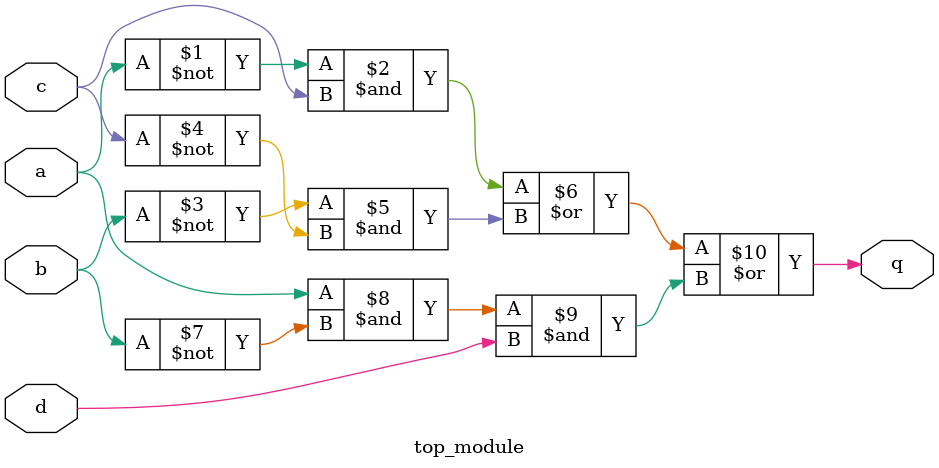
<source format=sv>
module top_module (
	input a, 
	input b, 
	input c, 
	input d,
	output q
);
	assign q = (~a & c) | (~b & ~c) | (a & ~b & d);
endmodule

</source>
